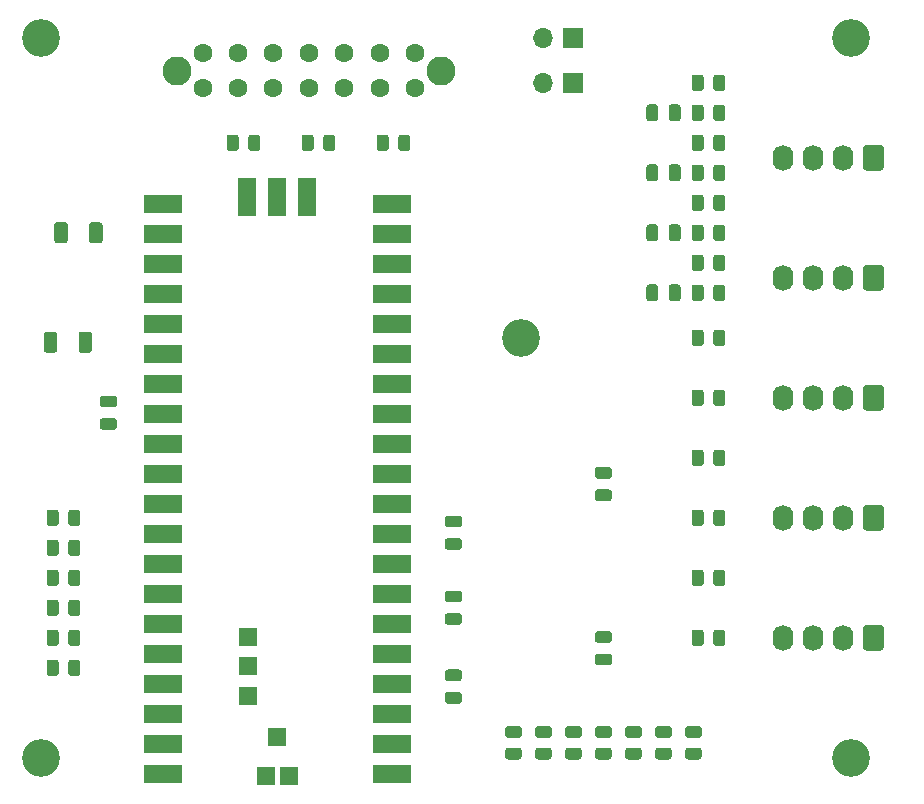
<source format=gbs>
G04 #@! TF.GenerationSoftware,KiCad,Pcbnew,5.1.12-84ad8e8a86~92~ubuntu20.04.1*
G04 #@! TF.CreationDate,2021-12-18T18:34:38-08:00*
G04 #@! TF.ProjectId,RspPiPicoIMU,52737050-6950-4696-936f-494d552e6b69,1.0*
G04 #@! TF.SameCoordinates,Original*
G04 #@! TF.FileFunction,Soldermask,Bot*
G04 #@! TF.FilePolarity,Negative*
%FSLAX46Y46*%
G04 Gerber Fmt 4.6, Leading zero omitted, Abs format (unit mm)*
G04 Created by KiCad (PCBNEW 5.1.12-84ad8e8a86~92~ubuntu20.04.1) date 2021-12-18 18:34:38*
%MOMM*%
%LPD*%
G01*
G04 APERTURE LIST*
%ADD10C,3.200000*%
%ADD11O,1.740000X2.190000*%
%ADD12R,1.700000X1.700000*%
%ADD13O,1.700000X1.700000*%
%ADD14C,2.460244*%
%ADD15C,1.605000*%
%ADD16R,1.500000X1.500000*%
%ADD17R,1.600000X3.200000*%
%ADD18R,3.200000X1.600000*%
G04 APERTURE END LIST*
D10*
X137795000Y-95250000D03*
G36*
G01*
X97635000Y-118560002D02*
X97635000Y-117659998D01*
G75*
G02*
X97884998Y-117410000I249998J0D01*
G01*
X98410002Y-117410000D01*
G75*
G02*
X98660000Y-117659998I0J-249998D01*
G01*
X98660000Y-118560002D01*
G75*
G02*
X98410002Y-118810000I-249998J0D01*
G01*
X97884998Y-118810000D01*
G75*
G02*
X97635000Y-118560002I0J249998D01*
G01*
G37*
G36*
G01*
X99460000Y-118560002D02*
X99460000Y-117659998D01*
G75*
G02*
X99709998Y-117410000I249998J0D01*
G01*
X100235002Y-117410000D01*
G75*
G02*
X100485000Y-117659998I0J-249998D01*
G01*
X100485000Y-118560002D01*
G75*
G02*
X100235002Y-118810000I-249998J0D01*
G01*
X99709998Y-118810000D01*
G75*
G02*
X99460000Y-118560002I0J249998D01*
G01*
G37*
X97155000Y-69850000D03*
X165735000Y-130810000D03*
X165735000Y-69850000D03*
X97155000Y-130810000D03*
G36*
G01*
X102395000Y-100150000D02*
X103345000Y-100150000D01*
G75*
G02*
X103595000Y-100400000I0J-250000D01*
G01*
X103595000Y-100900000D01*
G75*
G02*
X103345000Y-101150000I-250000J0D01*
G01*
X102395000Y-101150000D01*
G75*
G02*
X102145000Y-100900000I0J250000D01*
G01*
X102145000Y-100400000D01*
G75*
G02*
X102395000Y-100150000I250000J0D01*
G01*
G37*
G36*
G01*
X102395000Y-102050000D02*
X103345000Y-102050000D01*
G75*
G02*
X103595000Y-102300000I0J-250000D01*
G01*
X103595000Y-102800000D01*
G75*
G02*
X103345000Y-103050000I-250000J0D01*
G01*
X102395000Y-103050000D01*
G75*
G02*
X102145000Y-102800000I0J250000D01*
G01*
X102145000Y-102300000D01*
G75*
G02*
X102395000Y-102050000I250000J0D01*
G01*
G37*
G36*
G01*
X131605000Y-112210000D02*
X132555000Y-112210000D01*
G75*
G02*
X132805000Y-112460000I0J-250000D01*
G01*
X132805000Y-112960000D01*
G75*
G02*
X132555000Y-113210000I-250000J0D01*
G01*
X131605000Y-113210000D01*
G75*
G02*
X131355000Y-112960000I0J250000D01*
G01*
X131355000Y-112460000D01*
G75*
G02*
X131605000Y-112210000I250000J0D01*
G01*
G37*
G36*
G01*
X131605000Y-110310000D02*
X132555000Y-110310000D01*
G75*
G02*
X132805000Y-110560000I0J-250000D01*
G01*
X132805000Y-111060000D01*
G75*
G02*
X132555000Y-111310000I-250000J0D01*
G01*
X131605000Y-111310000D01*
G75*
G02*
X131355000Y-111060000I0J250000D01*
G01*
X131355000Y-110560000D01*
G75*
G02*
X131605000Y-110310000I250000J0D01*
G01*
G37*
G36*
G01*
X150310000Y-91915000D02*
X150310000Y-90965000D01*
G75*
G02*
X150560000Y-90715000I250000J0D01*
G01*
X151060000Y-90715000D01*
G75*
G02*
X151310000Y-90965000I0J-250000D01*
G01*
X151310000Y-91915000D01*
G75*
G02*
X151060000Y-92165000I-250000J0D01*
G01*
X150560000Y-92165000D01*
G75*
G02*
X150310000Y-91915000I0J250000D01*
G01*
G37*
G36*
G01*
X148410000Y-91915000D02*
X148410000Y-90965000D01*
G75*
G02*
X148660000Y-90715000I250000J0D01*
G01*
X149160000Y-90715000D01*
G75*
G02*
X149410000Y-90965000I0J-250000D01*
G01*
X149410000Y-91915000D01*
G75*
G02*
X149160000Y-92165000I-250000J0D01*
G01*
X148660000Y-92165000D01*
G75*
G02*
X148410000Y-91915000I0J250000D01*
G01*
G37*
G36*
G01*
X150310000Y-86835000D02*
X150310000Y-85885000D01*
G75*
G02*
X150560000Y-85635000I250000J0D01*
G01*
X151060000Y-85635000D01*
G75*
G02*
X151310000Y-85885000I0J-250000D01*
G01*
X151310000Y-86835000D01*
G75*
G02*
X151060000Y-87085000I-250000J0D01*
G01*
X150560000Y-87085000D01*
G75*
G02*
X150310000Y-86835000I0J250000D01*
G01*
G37*
G36*
G01*
X148410000Y-86835000D02*
X148410000Y-85885000D01*
G75*
G02*
X148660000Y-85635000I250000J0D01*
G01*
X149160000Y-85635000D01*
G75*
G02*
X149410000Y-85885000I0J-250000D01*
G01*
X149410000Y-86835000D01*
G75*
G02*
X149160000Y-87085000I-250000J0D01*
G01*
X148660000Y-87085000D01*
G75*
G02*
X148410000Y-86835000I0J250000D01*
G01*
G37*
G36*
G01*
X148410000Y-81755000D02*
X148410000Y-80805000D01*
G75*
G02*
X148660000Y-80555000I250000J0D01*
G01*
X149160000Y-80555000D01*
G75*
G02*
X149410000Y-80805000I0J-250000D01*
G01*
X149410000Y-81755000D01*
G75*
G02*
X149160000Y-82005000I-250000J0D01*
G01*
X148660000Y-82005000D01*
G75*
G02*
X148410000Y-81755000I0J250000D01*
G01*
G37*
G36*
G01*
X150310000Y-81755000D02*
X150310000Y-80805000D01*
G75*
G02*
X150560000Y-80555000I250000J0D01*
G01*
X151060000Y-80555000D01*
G75*
G02*
X151310000Y-80805000I0J-250000D01*
G01*
X151310000Y-81755000D01*
G75*
G02*
X151060000Y-82005000I-250000J0D01*
G01*
X150560000Y-82005000D01*
G75*
G02*
X150310000Y-81755000I0J250000D01*
G01*
G37*
G36*
G01*
X150310000Y-76675000D02*
X150310000Y-75725000D01*
G75*
G02*
X150560000Y-75475000I250000J0D01*
G01*
X151060000Y-75475000D01*
G75*
G02*
X151310000Y-75725000I0J-250000D01*
G01*
X151310000Y-76675000D01*
G75*
G02*
X151060000Y-76925000I-250000J0D01*
G01*
X150560000Y-76925000D01*
G75*
G02*
X150310000Y-76675000I0J250000D01*
G01*
G37*
G36*
G01*
X148410000Y-76675000D02*
X148410000Y-75725000D01*
G75*
G02*
X148660000Y-75475000I250000J0D01*
G01*
X149160000Y-75475000D01*
G75*
G02*
X149410000Y-75725000I0J-250000D01*
G01*
X149410000Y-76675000D01*
G75*
G02*
X149160000Y-76925000I-250000J0D01*
G01*
X148660000Y-76925000D01*
G75*
G02*
X148410000Y-76675000I0J250000D01*
G01*
G37*
G36*
G01*
X145255000Y-121089000D02*
X144305000Y-121089000D01*
G75*
G02*
X144055000Y-120839000I0J250000D01*
G01*
X144055000Y-120339000D01*
G75*
G02*
X144305000Y-120089000I250000J0D01*
G01*
X145255000Y-120089000D01*
G75*
G02*
X145505000Y-120339000I0J-250000D01*
G01*
X145505000Y-120839000D01*
G75*
G02*
X145255000Y-121089000I-250000J0D01*
G01*
G37*
G36*
G01*
X145255000Y-122989000D02*
X144305000Y-122989000D01*
G75*
G02*
X144055000Y-122739000I0J250000D01*
G01*
X144055000Y-122239000D01*
G75*
G02*
X144305000Y-121989000I250000J0D01*
G01*
X145255000Y-121989000D01*
G75*
G02*
X145505000Y-122239000I0J-250000D01*
G01*
X145505000Y-122739000D01*
G75*
G02*
X145255000Y-122989000I-250000J0D01*
G01*
G37*
G36*
G01*
X132555000Y-126230000D02*
X131605000Y-126230000D01*
G75*
G02*
X131355000Y-125980000I0J250000D01*
G01*
X131355000Y-125480000D01*
G75*
G02*
X131605000Y-125230000I250000J0D01*
G01*
X132555000Y-125230000D01*
G75*
G02*
X132805000Y-125480000I0J-250000D01*
G01*
X132805000Y-125980000D01*
G75*
G02*
X132555000Y-126230000I-250000J0D01*
G01*
G37*
G36*
G01*
X132555000Y-124330000D02*
X131605000Y-124330000D01*
G75*
G02*
X131355000Y-124080000I0J250000D01*
G01*
X131355000Y-123580000D01*
G75*
G02*
X131605000Y-123330000I250000J0D01*
G01*
X132555000Y-123330000D01*
G75*
G02*
X132805000Y-123580000I0J-250000D01*
G01*
X132805000Y-124080000D01*
G75*
G02*
X132555000Y-124330000I-250000J0D01*
G01*
G37*
G36*
G01*
X131605000Y-116660000D02*
X132555000Y-116660000D01*
G75*
G02*
X132805000Y-116910000I0J-250000D01*
G01*
X132805000Y-117410000D01*
G75*
G02*
X132555000Y-117660000I-250000J0D01*
G01*
X131605000Y-117660000D01*
G75*
G02*
X131355000Y-117410000I0J250000D01*
G01*
X131355000Y-116910000D01*
G75*
G02*
X131605000Y-116660000I250000J0D01*
G01*
G37*
G36*
G01*
X131605000Y-118560000D02*
X132555000Y-118560000D01*
G75*
G02*
X132805000Y-118810000I0J-250000D01*
G01*
X132805000Y-119310000D01*
G75*
G02*
X132555000Y-119560000I-250000J0D01*
G01*
X131605000Y-119560000D01*
G75*
G02*
X131355000Y-119310000I0J250000D01*
G01*
X131355000Y-118810000D01*
G75*
G02*
X131605000Y-118560000I250000J0D01*
G01*
G37*
G36*
G01*
X144305000Y-106180000D02*
X145255000Y-106180000D01*
G75*
G02*
X145505000Y-106430000I0J-250000D01*
G01*
X145505000Y-106930000D01*
G75*
G02*
X145255000Y-107180000I-250000J0D01*
G01*
X144305000Y-107180000D01*
G75*
G02*
X144055000Y-106930000I0J250000D01*
G01*
X144055000Y-106430000D01*
G75*
G02*
X144305000Y-106180000I250000J0D01*
G01*
G37*
G36*
G01*
X144305000Y-108080000D02*
X145255000Y-108080000D01*
G75*
G02*
X145505000Y-108330000I0J-250000D01*
G01*
X145505000Y-108830000D01*
G75*
G02*
X145255000Y-109080000I-250000J0D01*
G01*
X144305000Y-109080000D01*
G75*
G02*
X144055000Y-108830000I0J250000D01*
G01*
X144055000Y-108330000D01*
G75*
G02*
X144305000Y-108080000I250000J0D01*
G01*
G37*
G36*
G01*
X97391000Y-96281001D02*
X97391000Y-94980999D01*
G75*
G02*
X97640999Y-94731000I249999J0D01*
G01*
X98291001Y-94731000D01*
G75*
G02*
X98541000Y-94980999I0J-249999D01*
G01*
X98541000Y-96281001D01*
G75*
G02*
X98291001Y-96531000I-249999J0D01*
G01*
X97640999Y-96531000D01*
G75*
G02*
X97391000Y-96281001I0J249999D01*
G01*
G37*
G36*
G01*
X100341000Y-96281001D02*
X100341000Y-94980999D01*
G75*
G02*
X100590999Y-94731000I249999J0D01*
G01*
X101241001Y-94731000D01*
G75*
G02*
X101491000Y-94980999I0J-249999D01*
G01*
X101491000Y-96281001D01*
G75*
G02*
X101241001Y-96531000I-249999J0D01*
G01*
X100590999Y-96531000D01*
G75*
G02*
X100341000Y-96281001I0J249999D01*
G01*
G37*
G36*
G01*
X101230000Y-87010001D02*
X101230000Y-85709999D01*
G75*
G02*
X101479999Y-85460000I249999J0D01*
G01*
X102130001Y-85460000D01*
G75*
G02*
X102380000Y-85709999I0J-249999D01*
G01*
X102380000Y-87010001D01*
G75*
G02*
X102130001Y-87260000I-249999J0D01*
G01*
X101479999Y-87260000D01*
G75*
G02*
X101230000Y-87010001I0J249999D01*
G01*
G37*
G36*
G01*
X98280000Y-87010001D02*
X98280000Y-85709999D01*
G75*
G02*
X98529999Y-85460000I249999J0D01*
G01*
X99180001Y-85460000D01*
G75*
G02*
X99430000Y-85709999I0J-249999D01*
G01*
X99430000Y-87010001D01*
G75*
G02*
X99180001Y-87260000I-249999J0D01*
G01*
X98529999Y-87260000D01*
G75*
G02*
X98280000Y-87010001I0J249999D01*
G01*
G37*
G36*
G01*
X168510000Y-89324999D02*
X168510000Y-91015001D01*
G75*
G02*
X168260001Y-91265000I-249999J0D01*
G01*
X167019999Y-91265000D01*
G75*
G02*
X166770000Y-91015001I0J249999D01*
G01*
X166770000Y-89324999D01*
G75*
G02*
X167019999Y-89075000I249999J0D01*
G01*
X168260001Y-89075000D01*
G75*
G02*
X168510000Y-89324999I0J-249999D01*
G01*
G37*
D11*
X165100000Y-90170000D03*
X162560000Y-90170000D03*
X160020000Y-90170000D03*
X160020000Y-80010000D03*
X162560000Y-80010000D03*
X165100000Y-80010000D03*
G36*
G01*
X168510000Y-79164999D02*
X168510000Y-80855001D01*
G75*
G02*
X168260001Y-81105000I-249999J0D01*
G01*
X167019999Y-81105000D01*
G75*
G02*
X166770000Y-80855001I0J249999D01*
G01*
X166770000Y-79164999D01*
G75*
G02*
X167019999Y-78915000I249999J0D01*
G01*
X168260001Y-78915000D01*
G75*
G02*
X168510000Y-79164999I0J-249999D01*
G01*
G37*
X160020000Y-100330000D03*
X162560000Y-100330000D03*
X165100000Y-100330000D03*
G36*
G01*
X168510000Y-99484999D02*
X168510000Y-101175001D01*
G75*
G02*
X168260001Y-101425000I-249999J0D01*
G01*
X167019999Y-101425000D01*
G75*
G02*
X166770000Y-101175001I0J249999D01*
G01*
X166770000Y-99484999D01*
G75*
G02*
X167019999Y-99235000I249999J0D01*
G01*
X168260001Y-99235000D01*
G75*
G02*
X168510000Y-99484999I0J-249999D01*
G01*
G37*
G36*
G01*
X168510000Y-109644999D02*
X168510000Y-111335001D01*
G75*
G02*
X168260001Y-111585000I-249999J0D01*
G01*
X167019999Y-111585000D01*
G75*
G02*
X166770000Y-111335001I0J249999D01*
G01*
X166770000Y-109644999D01*
G75*
G02*
X167019999Y-109395000I249999J0D01*
G01*
X168260001Y-109395000D01*
G75*
G02*
X168510000Y-109644999I0J-249999D01*
G01*
G37*
X165100000Y-110490000D03*
X162560000Y-110490000D03*
X160020000Y-110490000D03*
G36*
G01*
X168510000Y-119804999D02*
X168510000Y-121495001D01*
G75*
G02*
X168260001Y-121745000I-249999J0D01*
G01*
X167019999Y-121745000D01*
G75*
G02*
X166770000Y-121495001I0J249999D01*
G01*
X166770000Y-119804999D01*
G75*
G02*
X167019999Y-119555000I249999J0D01*
G01*
X168260001Y-119555000D01*
G75*
G02*
X168510000Y-119804999I0J-249999D01*
G01*
G37*
X165100000Y-120650000D03*
X162560000Y-120650000D03*
X160020000Y-120650000D03*
D12*
X142240000Y-69850000D03*
D13*
X139700000Y-69850000D03*
X139700000Y-73660000D03*
D12*
X142240000Y-73660000D03*
G36*
G01*
X114700000Y-79190002D02*
X114700000Y-78289998D01*
G75*
G02*
X114949998Y-78040000I249998J0D01*
G01*
X115475002Y-78040000D01*
G75*
G02*
X115725000Y-78289998I0J-249998D01*
G01*
X115725000Y-79190002D01*
G75*
G02*
X115475002Y-79440000I-249998J0D01*
G01*
X114949998Y-79440000D01*
G75*
G02*
X114700000Y-79190002I0J249998D01*
G01*
G37*
G36*
G01*
X112875000Y-79190002D02*
X112875000Y-78289998D01*
G75*
G02*
X113124998Y-78040000I249998J0D01*
G01*
X113650002Y-78040000D01*
G75*
G02*
X113900000Y-78289998I0J-249998D01*
G01*
X113900000Y-79190002D01*
G75*
G02*
X113650002Y-79440000I-249998J0D01*
G01*
X113124998Y-79440000D01*
G75*
G02*
X112875000Y-79190002I0J249998D01*
G01*
G37*
G36*
G01*
X99460000Y-116020002D02*
X99460000Y-115119998D01*
G75*
G02*
X99709998Y-114870000I249998J0D01*
G01*
X100235002Y-114870000D01*
G75*
G02*
X100485000Y-115119998I0J-249998D01*
G01*
X100485000Y-116020002D01*
G75*
G02*
X100235002Y-116270000I-249998J0D01*
G01*
X99709998Y-116270000D01*
G75*
G02*
X99460000Y-116020002I0J249998D01*
G01*
G37*
G36*
G01*
X97635000Y-116020002D02*
X97635000Y-115119998D01*
G75*
G02*
X97884998Y-114870000I249998J0D01*
G01*
X98410002Y-114870000D01*
G75*
G02*
X98660000Y-115119998I0J-249998D01*
G01*
X98660000Y-116020002D01*
G75*
G02*
X98410002Y-116270000I-249998J0D01*
G01*
X97884998Y-116270000D01*
G75*
G02*
X97635000Y-116020002I0J249998D01*
G01*
G37*
G36*
G01*
X97635000Y-113480002D02*
X97635000Y-112579998D01*
G75*
G02*
X97884998Y-112330000I249998J0D01*
G01*
X98410002Y-112330000D01*
G75*
G02*
X98660000Y-112579998I0J-249998D01*
G01*
X98660000Y-113480002D01*
G75*
G02*
X98410002Y-113730000I-249998J0D01*
G01*
X97884998Y-113730000D01*
G75*
G02*
X97635000Y-113480002I0J249998D01*
G01*
G37*
G36*
G01*
X99460000Y-113480002D02*
X99460000Y-112579998D01*
G75*
G02*
X99709998Y-112330000I249998J0D01*
G01*
X100235002Y-112330000D01*
G75*
G02*
X100485000Y-112579998I0J-249998D01*
G01*
X100485000Y-113480002D01*
G75*
G02*
X100235002Y-113730000I-249998J0D01*
G01*
X99709998Y-113730000D01*
G75*
G02*
X99460000Y-113480002I0J249998D01*
G01*
G37*
G36*
G01*
X99460000Y-110940002D02*
X99460000Y-110039998D01*
G75*
G02*
X99709998Y-109790000I249998J0D01*
G01*
X100235002Y-109790000D01*
G75*
G02*
X100485000Y-110039998I0J-249998D01*
G01*
X100485000Y-110940002D01*
G75*
G02*
X100235002Y-111190000I-249998J0D01*
G01*
X99709998Y-111190000D01*
G75*
G02*
X99460000Y-110940002I0J249998D01*
G01*
G37*
G36*
G01*
X97635000Y-110940002D02*
X97635000Y-110039998D01*
G75*
G02*
X97884998Y-109790000I249998J0D01*
G01*
X98410002Y-109790000D01*
G75*
G02*
X98660000Y-110039998I0J-249998D01*
G01*
X98660000Y-110940002D01*
G75*
G02*
X98410002Y-111190000I-249998J0D01*
G01*
X97884998Y-111190000D01*
G75*
G02*
X97635000Y-110940002I0J249998D01*
G01*
G37*
G36*
G01*
X99460000Y-121100002D02*
X99460000Y-120199998D01*
G75*
G02*
X99709998Y-119950000I249998J0D01*
G01*
X100235002Y-119950000D01*
G75*
G02*
X100485000Y-120199998I0J-249998D01*
G01*
X100485000Y-121100002D01*
G75*
G02*
X100235002Y-121350000I-249998J0D01*
G01*
X99709998Y-121350000D01*
G75*
G02*
X99460000Y-121100002I0J249998D01*
G01*
G37*
G36*
G01*
X97635000Y-121100002D02*
X97635000Y-120199998D01*
G75*
G02*
X97884998Y-119950000I249998J0D01*
G01*
X98410002Y-119950000D01*
G75*
G02*
X98660000Y-120199998I0J-249998D01*
G01*
X98660000Y-121100002D01*
G75*
G02*
X98410002Y-121350000I-249998J0D01*
G01*
X97884998Y-121350000D01*
G75*
G02*
X97635000Y-121100002I0J249998D01*
G01*
G37*
G36*
G01*
X119225000Y-79190002D02*
X119225000Y-78289998D01*
G75*
G02*
X119474998Y-78040000I249998J0D01*
G01*
X120000002Y-78040000D01*
G75*
G02*
X120250000Y-78289998I0J-249998D01*
G01*
X120250000Y-79190002D01*
G75*
G02*
X120000002Y-79440000I-249998J0D01*
G01*
X119474998Y-79440000D01*
G75*
G02*
X119225000Y-79190002I0J249998D01*
G01*
G37*
G36*
G01*
X121050000Y-79190002D02*
X121050000Y-78289998D01*
G75*
G02*
X121299998Y-78040000I249998J0D01*
G01*
X121825002Y-78040000D01*
G75*
G02*
X122075000Y-78289998I0J-249998D01*
G01*
X122075000Y-79190002D01*
G75*
G02*
X121825002Y-79440000I-249998J0D01*
G01*
X121299998Y-79440000D01*
G75*
G02*
X121050000Y-79190002I0J249998D01*
G01*
G37*
G36*
G01*
X127400000Y-79190002D02*
X127400000Y-78289998D01*
G75*
G02*
X127649998Y-78040000I249998J0D01*
G01*
X128175002Y-78040000D01*
G75*
G02*
X128425000Y-78289998I0J-249998D01*
G01*
X128425000Y-79190002D01*
G75*
G02*
X128175002Y-79440000I-249998J0D01*
G01*
X127649998Y-79440000D01*
G75*
G02*
X127400000Y-79190002I0J249998D01*
G01*
G37*
G36*
G01*
X125575000Y-79190002D02*
X125575000Y-78289998D01*
G75*
G02*
X125824998Y-78040000I249998J0D01*
G01*
X126350002Y-78040000D01*
G75*
G02*
X126600000Y-78289998I0J-249998D01*
G01*
X126600000Y-79190002D01*
G75*
G02*
X126350002Y-79440000I-249998J0D01*
G01*
X125824998Y-79440000D01*
G75*
G02*
X125575000Y-79190002I0J249998D01*
G01*
G37*
G36*
G01*
X153270000Y-88449998D02*
X153270000Y-89350002D01*
G75*
G02*
X153020002Y-89600000I-249998J0D01*
G01*
X152494998Y-89600000D01*
G75*
G02*
X152245000Y-89350002I0J249998D01*
G01*
X152245000Y-88449998D01*
G75*
G02*
X152494998Y-88200000I249998J0D01*
G01*
X153020002Y-88200000D01*
G75*
G02*
X153270000Y-88449998I0J-249998D01*
G01*
G37*
G36*
G01*
X155095000Y-88449998D02*
X155095000Y-89350002D01*
G75*
G02*
X154845002Y-89600000I-249998J0D01*
G01*
X154319998Y-89600000D01*
G75*
G02*
X154070000Y-89350002I0J249998D01*
G01*
X154070000Y-88449998D01*
G75*
G02*
X154319998Y-88200000I249998J0D01*
G01*
X154845002Y-88200000D01*
G75*
G02*
X155095000Y-88449998I0J-249998D01*
G01*
G37*
G36*
G01*
X153270000Y-83369998D02*
X153270000Y-84270002D01*
G75*
G02*
X153020002Y-84520000I-249998J0D01*
G01*
X152494998Y-84520000D01*
G75*
G02*
X152245000Y-84270002I0J249998D01*
G01*
X152245000Y-83369998D01*
G75*
G02*
X152494998Y-83120000I249998J0D01*
G01*
X153020002Y-83120000D01*
G75*
G02*
X153270000Y-83369998I0J-249998D01*
G01*
G37*
G36*
G01*
X155095000Y-83369998D02*
X155095000Y-84270002D01*
G75*
G02*
X154845002Y-84520000I-249998J0D01*
G01*
X154319998Y-84520000D01*
G75*
G02*
X154070000Y-84270002I0J249998D01*
G01*
X154070000Y-83369998D01*
G75*
G02*
X154319998Y-83120000I249998J0D01*
G01*
X154845002Y-83120000D01*
G75*
G02*
X155095000Y-83369998I0J-249998D01*
G01*
G37*
G36*
G01*
X155095000Y-78289998D02*
X155095000Y-79190002D01*
G75*
G02*
X154845002Y-79440000I-249998J0D01*
G01*
X154319998Y-79440000D01*
G75*
G02*
X154070000Y-79190002I0J249998D01*
G01*
X154070000Y-78289998D01*
G75*
G02*
X154319998Y-78040000I249998J0D01*
G01*
X154845002Y-78040000D01*
G75*
G02*
X155095000Y-78289998I0J-249998D01*
G01*
G37*
G36*
G01*
X153270000Y-78289998D02*
X153270000Y-79190002D01*
G75*
G02*
X153020002Y-79440000I-249998J0D01*
G01*
X152494998Y-79440000D01*
G75*
G02*
X152245000Y-79190002I0J249998D01*
G01*
X152245000Y-78289998D01*
G75*
G02*
X152494998Y-78040000I249998J0D01*
G01*
X153020002Y-78040000D01*
G75*
G02*
X153270000Y-78289998I0J-249998D01*
G01*
G37*
G36*
G01*
X153270000Y-73209998D02*
X153270000Y-74110002D01*
G75*
G02*
X153020002Y-74360000I-249998J0D01*
G01*
X152494998Y-74360000D01*
G75*
G02*
X152245000Y-74110002I0J249998D01*
G01*
X152245000Y-73209998D01*
G75*
G02*
X152494998Y-72960000I249998J0D01*
G01*
X153020002Y-72960000D01*
G75*
G02*
X153270000Y-73209998I0J-249998D01*
G01*
G37*
G36*
G01*
X155095000Y-73209998D02*
X155095000Y-74110002D01*
G75*
G02*
X154845002Y-74360000I-249998J0D01*
G01*
X154319998Y-74360000D01*
G75*
G02*
X154070000Y-74110002I0J249998D01*
G01*
X154070000Y-73209998D01*
G75*
G02*
X154319998Y-72960000I249998J0D01*
G01*
X154845002Y-72960000D01*
G75*
G02*
X155095000Y-73209998I0J-249998D01*
G01*
G37*
G36*
G01*
X153270000Y-90989998D02*
X153270000Y-91890002D01*
G75*
G02*
X153020002Y-92140000I-249998J0D01*
G01*
X152494998Y-92140000D01*
G75*
G02*
X152245000Y-91890002I0J249998D01*
G01*
X152245000Y-90989998D01*
G75*
G02*
X152494998Y-90740000I249998J0D01*
G01*
X153020002Y-90740000D01*
G75*
G02*
X153270000Y-90989998I0J-249998D01*
G01*
G37*
G36*
G01*
X155095000Y-90989998D02*
X155095000Y-91890002D01*
G75*
G02*
X154845002Y-92140000I-249998J0D01*
G01*
X154319998Y-92140000D01*
G75*
G02*
X154070000Y-91890002I0J249998D01*
G01*
X154070000Y-90989998D01*
G75*
G02*
X154319998Y-90740000I249998J0D01*
G01*
X154845002Y-90740000D01*
G75*
G02*
X155095000Y-90989998I0J-249998D01*
G01*
G37*
G36*
G01*
X155095000Y-85909998D02*
X155095000Y-86810002D01*
G75*
G02*
X154845002Y-87060000I-249998J0D01*
G01*
X154319998Y-87060000D01*
G75*
G02*
X154070000Y-86810002I0J249998D01*
G01*
X154070000Y-85909998D01*
G75*
G02*
X154319998Y-85660000I249998J0D01*
G01*
X154845002Y-85660000D01*
G75*
G02*
X155095000Y-85909998I0J-249998D01*
G01*
G37*
G36*
G01*
X153270000Y-85909998D02*
X153270000Y-86810002D01*
G75*
G02*
X153020002Y-87060000I-249998J0D01*
G01*
X152494998Y-87060000D01*
G75*
G02*
X152245000Y-86810002I0J249998D01*
G01*
X152245000Y-85909998D01*
G75*
G02*
X152494998Y-85660000I249998J0D01*
G01*
X153020002Y-85660000D01*
G75*
G02*
X153270000Y-85909998I0J-249998D01*
G01*
G37*
G36*
G01*
X155095000Y-80829998D02*
X155095000Y-81730002D01*
G75*
G02*
X154845002Y-81980000I-249998J0D01*
G01*
X154319998Y-81980000D01*
G75*
G02*
X154070000Y-81730002I0J249998D01*
G01*
X154070000Y-80829998D01*
G75*
G02*
X154319998Y-80580000I249998J0D01*
G01*
X154845002Y-80580000D01*
G75*
G02*
X155095000Y-80829998I0J-249998D01*
G01*
G37*
G36*
G01*
X153270000Y-80829998D02*
X153270000Y-81730002D01*
G75*
G02*
X153020002Y-81980000I-249998J0D01*
G01*
X152494998Y-81980000D01*
G75*
G02*
X152245000Y-81730002I0J249998D01*
G01*
X152245000Y-80829998D01*
G75*
G02*
X152494998Y-80580000I249998J0D01*
G01*
X153020002Y-80580000D01*
G75*
G02*
X153270000Y-80829998I0J-249998D01*
G01*
G37*
G36*
G01*
X153270000Y-75749998D02*
X153270000Y-76650002D01*
G75*
G02*
X153020002Y-76900000I-249998J0D01*
G01*
X152494998Y-76900000D01*
G75*
G02*
X152245000Y-76650002I0J249998D01*
G01*
X152245000Y-75749998D01*
G75*
G02*
X152494998Y-75500000I249998J0D01*
G01*
X153020002Y-75500000D01*
G75*
G02*
X153270000Y-75749998I0J-249998D01*
G01*
G37*
G36*
G01*
X155095000Y-75749998D02*
X155095000Y-76650002D01*
G75*
G02*
X154845002Y-76900000I-249998J0D01*
G01*
X154319998Y-76900000D01*
G75*
G02*
X154070000Y-76650002I0J249998D01*
G01*
X154070000Y-75749998D01*
G75*
G02*
X154319998Y-75500000I249998J0D01*
G01*
X154845002Y-75500000D01*
G75*
G02*
X155095000Y-75749998I0J-249998D01*
G01*
G37*
G36*
G01*
X155095000Y-99879998D02*
X155095000Y-100780002D01*
G75*
G02*
X154845002Y-101030000I-249998J0D01*
G01*
X154319998Y-101030000D01*
G75*
G02*
X154070000Y-100780002I0J249998D01*
G01*
X154070000Y-99879998D01*
G75*
G02*
X154319998Y-99630000I249998J0D01*
G01*
X154845002Y-99630000D01*
G75*
G02*
X155095000Y-99879998I0J-249998D01*
G01*
G37*
G36*
G01*
X153270000Y-99879998D02*
X153270000Y-100780002D01*
G75*
G02*
X153020002Y-101030000I-249998J0D01*
G01*
X152494998Y-101030000D01*
G75*
G02*
X152245000Y-100780002I0J249998D01*
G01*
X152245000Y-99879998D01*
G75*
G02*
X152494998Y-99630000I249998J0D01*
G01*
X153020002Y-99630000D01*
G75*
G02*
X153270000Y-99879998I0J-249998D01*
G01*
G37*
G36*
G01*
X153270000Y-94799998D02*
X153270000Y-95700002D01*
G75*
G02*
X153020002Y-95950000I-249998J0D01*
G01*
X152494998Y-95950000D01*
G75*
G02*
X152245000Y-95700002I0J249998D01*
G01*
X152245000Y-94799998D01*
G75*
G02*
X152494998Y-94550000I249998J0D01*
G01*
X153020002Y-94550000D01*
G75*
G02*
X153270000Y-94799998I0J-249998D01*
G01*
G37*
G36*
G01*
X155095000Y-94799998D02*
X155095000Y-95700002D01*
G75*
G02*
X154845002Y-95950000I-249998J0D01*
G01*
X154319998Y-95950000D01*
G75*
G02*
X154070000Y-95700002I0J249998D01*
G01*
X154070000Y-94799998D01*
G75*
G02*
X154319998Y-94550000I249998J0D01*
G01*
X154845002Y-94550000D01*
G75*
G02*
X155095000Y-94799998I0J-249998D01*
G01*
G37*
G36*
G01*
X155095000Y-110039998D02*
X155095000Y-110940002D01*
G75*
G02*
X154845002Y-111190000I-249998J0D01*
G01*
X154319998Y-111190000D01*
G75*
G02*
X154070000Y-110940002I0J249998D01*
G01*
X154070000Y-110039998D01*
G75*
G02*
X154319998Y-109790000I249998J0D01*
G01*
X154845002Y-109790000D01*
G75*
G02*
X155095000Y-110039998I0J-249998D01*
G01*
G37*
G36*
G01*
X153270000Y-110039998D02*
X153270000Y-110940002D01*
G75*
G02*
X153020002Y-111190000I-249998J0D01*
G01*
X152494998Y-111190000D01*
G75*
G02*
X152245000Y-110940002I0J249998D01*
G01*
X152245000Y-110039998D01*
G75*
G02*
X152494998Y-109790000I249998J0D01*
G01*
X153020002Y-109790000D01*
G75*
G02*
X153270000Y-110039998I0J-249998D01*
G01*
G37*
G36*
G01*
X153270000Y-104959998D02*
X153270000Y-105860002D01*
G75*
G02*
X153020002Y-106110000I-249998J0D01*
G01*
X152494998Y-106110000D01*
G75*
G02*
X152245000Y-105860002I0J249998D01*
G01*
X152245000Y-104959998D01*
G75*
G02*
X152494998Y-104710000I249998J0D01*
G01*
X153020002Y-104710000D01*
G75*
G02*
X153270000Y-104959998I0J-249998D01*
G01*
G37*
G36*
G01*
X155095000Y-104959998D02*
X155095000Y-105860002D01*
G75*
G02*
X154845002Y-106110000I-249998J0D01*
G01*
X154319998Y-106110000D01*
G75*
G02*
X154070000Y-105860002I0J249998D01*
G01*
X154070000Y-104959998D01*
G75*
G02*
X154319998Y-104710000I249998J0D01*
G01*
X154845002Y-104710000D01*
G75*
G02*
X155095000Y-104959998I0J-249998D01*
G01*
G37*
G36*
G01*
X153270000Y-120199998D02*
X153270000Y-121100002D01*
G75*
G02*
X153020002Y-121350000I-249998J0D01*
G01*
X152494998Y-121350000D01*
G75*
G02*
X152245000Y-121100002I0J249998D01*
G01*
X152245000Y-120199998D01*
G75*
G02*
X152494998Y-119950000I249998J0D01*
G01*
X153020002Y-119950000D01*
G75*
G02*
X153270000Y-120199998I0J-249998D01*
G01*
G37*
G36*
G01*
X155095000Y-120199998D02*
X155095000Y-121100002D01*
G75*
G02*
X154845002Y-121350000I-249998J0D01*
G01*
X154319998Y-121350000D01*
G75*
G02*
X154070000Y-121100002I0J249998D01*
G01*
X154070000Y-120199998D01*
G75*
G02*
X154319998Y-119950000I249998J0D01*
G01*
X154845002Y-119950000D01*
G75*
G02*
X155095000Y-120199998I0J-249998D01*
G01*
G37*
G36*
G01*
X147770002Y-129140000D02*
X146869998Y-129140000D01*
G75*
G02*
X146620000Y-128890002I0J249998D01*
G01*
X146620000Y-128364998D01*
G75*
G02*
X146869998Y-128115000I249998J0D01*
G01*
X147770002Y-128115000D01*
G75*
G02*
X148020000Y-128364998I0J-249998D01*
G01*
X148020000Y-128890002D01*
G75*
G02*
X147770002Y-129140000I-249998J0D01*
G01*
G37*
G36*
G01*
X147770002Y-130965000D02*
X146869998Y-130965000D01*
G75*
G02*
X146620000Y-130715002I0J249998D01*
G01*
X146620000Y-130189998D01*
G75*
G02*
X146869998Y-129940000I249998J0D01*
G01*
X147770002Y-129940000D01*
G75*
G02*
X148020000Y-130189998I0J-249998D01*
G01*
X148020000Y-130715002D01*
G75*
G02*
X147770002Y-130965000I-249998J0D01*
G01*
G37*
G36*
G01*
X142690002Y-130965000D02*
X141789998Y-130965000D01*
G75*
G02*
X141540000Y-130715002I0J249998D01*
G01*
X141540000Y-130189998D01*
G75*
G02*
X141789998Y-129940000I249998J0D01*
G01*
X142690002Y-129940000D01*
G75*
G02*
X142940000Y-130189998I0J-249998D01*
G01*
X142940000Y-130715002D01*
G75*
G02*
X142690002Y-130965000I-249998J0D01*
G01*
G37*
G36*
G01*
X142690002Y-129140000D02*
X141789998Y-129140000D01*
G75*
G02*
X141540000Y-128890002I0J249998D01*
G01*
X141540000Y-128364998D01*
G75*
G02*
X141789998Y-128115000I249998J0D01*
G01*
X142690002Y-128115000D01*
G75*
G02*
X142940000Y-128364998I0J-249998D01*
G01*
X142940000Y-128890002D01*
G75*
G02*
X142690002Y-129140000I-249998J0D01*
G01*
G37*
G36*
G01*
X137610002Y-130965000D02*
X136709998Y-130965000D01*
G75*
G02*
X136460000Y-130715002I0J249998D01*
G01*
X136460000Y-130189998D01*
G75*
G02*
X136709998Y-129940000I249998J0D01*
G01*
X137610002Y-129940000D01*
G75*
G02*
X137860000Y-130189998I0J-249998D01*
G01*
X137860000Y-130715002D01*
G75*
G02*
X137610002Y-130965000I-249998J0D01*
G01*
G37*
G36*
G01*
X137610002Y-129140000D02*
X136709998Y-129140000D01*
G75*
G02*
X136460000Y-128890002I0J249998D01*
G01*
X136460000Y-128364998D01*
G75*
G02*
X136709998Y-128115000I249998J0D01*
G01*
X137610002Y-128115000D01*
G75*
G02*
X137860000Y-128364998I0J-249998D01*
G01*
X137860000Y-128890002D01*
G75*
G02*
X137610002Y-129140000I-249998J0D01*
G01*
G37*
G36*
G01*
X140150002Y-130965000D02*
X139249998Y-130965000D01*
G75*
G02*
X139000000Y-130715002I0J249998D01*
G01*
X139000000Y-130189998D01*
G75*
G02*
X139249998Y-129940000I249998J0D01*
G01*
X140150002Y-129940000D01*
G75*
G02*
X140400000Y-130189998I0J-249998D01*
G01*
X140400000Y-130715002D01*
G75*
G02*
X140150002Y-130965000I-249998J0D01*
G01*
G37*
G36*
G01*
X140150002Y-129140000D02*
X139249998Y-129140000D01*
G75*
G02*
X139000000Y-128890002I0J249998D01*
G01*
X139000000Y-128364998D01*
G75*
G02*
X139249998Y-128115000I249998J0D01*
G01*
X140150002Y-128115000D01*
G75*
G02*
X140400000Y-128364998I0J-249998D01*
G01*
X140400000Y-128890002D01*
G75*
G02*
X140150002Y-129140000I-249998J0D01*
G01*
G37*
G36*
G01*
X145230002Y-129140000D02*
X144329998Y-129140000D01*
G75*
G02*
X144080000Y-128890002I0J249998D01*
G01*
X144080000Y-128364998D01*
G75*
G02*
X144329998Y-128115000I249998J0D01*
G01*
X145230002Y-128115000D01*
G75*
G02*
X145480000Y-128364998I0J-249998D01*
G01*
X145480000Y-128890002D01*
G75*
G02*
X145230002Y-129140000I-249998J0D01*
G01*
G37*
G36*
G01*
X145230002Y-130965000D02*
X144329998Y-130965000D01*
G75*
G02*
X144080000Y-130715002I0J249998D01*
G01*
X144080000Y-130189998D01*
G75*
G02*
X144329998Y-129940000I249998J0D01*
G01*
X145230002Y-129940000D01*
G75*
G02*
X145480000Y-130189998I0J-249998D01*
G01*
X145480000Y-130715002D01*
G75*
G02*
X145230002Y-130965000I-249998J0D01*
G01*
G37*
G36*
G01*
X150310002Y-130965000D02*
X149409998Y-130965000D01*
G75*
G02*
X149160000Y-130715002I0J249998D01*
G01*
X149160000Y-130189998D01*
G75*
G02*
X149409998Y-129940000I249998J0D01*
G01*
X150310002Y-129940000D01*
G75*
G02*
X150560000Y-130189998I0J-249998D01*
G01*
X150560000Y-130715002D01*
G75*
G02*
X150310002Y-130965000I-249998J0D01*
G01*
G37*
G36*
G01*
X150310002Y-129140000D02*
X149409998Y-129140000D01*
G75*
G02*
X149160000Y-128890002I0J249998D01*
G01*
X149160000Y-128364998D01*
G75*
G02*
X149409998Y-128115000I249998J0D01*
G01*
X150310002Y-128115000D01*
G75*
G02*
X150560000Y-128364998I0J-249998D01*
G01*
X150560000Y-128890002D01*
G75*
G02*
X150310002Y-129140000I-249998J0D01*
G01*
G37*
G36*
G01*
X155095000Y-115119998D02*
X155095000Y-116020002D01*
G75*
G02*
X154845002Y-116270000I-249998J0D01*
G01*
X154319998Y-116270000D01*
G75*
G02*
X154070000Y-116020002I0J249998D01*
G01*
X154070000Y-115119998D01*
G75*
G02*
X154319998Y-114870000I249998J0D01*
G01*
X154845002Y-114870000D01*
G75*
G02*
X155095000Y-115119998I0J-249998D01*
G01*
G37*
G36*
G01*
X153270000Y-115119998D02*
X153270000Y-116020002D01*
G75*
G02*
X153020002Y-116270000I-249998J0D01*
G01*
X152494998Y-116270000D01*
G75*
G02*
X152245000Y-116020002I0J249998D01*
G01*
X152245000Y-115119998D01*
G75*
G02*
X152494998Y-114870000I249998J0D01*
G01*
X153020002Y-114870000D01*
G75*
G02*
X153270000Y-115119998I0J-249998D01*
G01*
G37*
G36*
G01*
X152850002Y-130965000D02*
X151949998Y-130965000D01*
G75*
G02*
X151700000Y-130715002I0J249998D01*
G01*
X151700000Y-130189998D01*
G75*
G02*
X151949998Y-129940000I249998J0D01*
G01*
X152850002Y-129940000D01*
G75*
G02*
X153100000Y-130189998I0J-249998D01*
G01*
X153100000Y-130715002D01*
G75*
G02*
X152850002Y-130965000I-249998J0D01*
G01*
G37*
G36*
G01*
X152850002Y-129140000D02*
X151949998Y-129140000D01*
G75*
G02*
X151700000Y-128890002I0J249998D01*
G01*
X151700000Y-128364998D01*
G75*
G02*
X151949998Y-128115000I249998J0D01*
G01*
X152850002Y-128115000D01*
G75*
G02*
X153100000Y-128364998I0J-249998D01*
G01*
X153100000Y-128890002D01*
G75*
G02*
X152850002Y-129140000I-249998J0D01*
G01*
G37*
G36*
G01*
X97635000Y-123640002D02*
X97635000Y-122739998D01*
G75*
G02*
X97884998Y-122490000I249998J0D01*
G01*
X98410002Y-122490000D01*
G75*
G02*
X98660000Y-122739998I0J-249998D01*
G01*
X98660000Y-123640002D01*
G75*
G02*
X98410002Y-123890000I-249998J0D01*
G01*
X97884998Y-123890000D01*
G75*
G02*
X97635000Y-123640002I0J249998D01*
G01*
G37*
G36*
G01*
X99460000Y-123640002D02*
X99460000Y-122739998D01*
G75*
G02*
X99709998Y-122490000I249998J0D01*
G01*
X100235002Y-122490000D01*
G75*
G02*
X100485000Y-122739998I0J-249998D01*
G01*
X100485000Y-123640002D01*
G75*
G02*
X100235002Y-123890000I-249998J0D01*
G01*
X99709998Y-123890000D01*
G75*
G02*
X99460000Y-123640002I0J249998D01*
G01*
G37*
D14*
X108690000Y-72620000D03*
X130990000Y-72620000D03*
D15*
X128840000Y-74120000D03*
X125840000Y-74120000D03*
X122840000Y-74120000D03*
X119840000Y-74120000D03*
X116840000Y-74120000D03*
X113840000Y-74120000D03*
X110840000Y-74120000D03*
X128840000Y-71120000D03*
X125840000Y-71120000D03*
X122840000Y-71120000D03*
X119840000Y-71120000D03*
X116840000Y-71120000D03*
X113840000Y-71120000D03*
X110840000Y-71120000D03*
D16*
X114680000Y-120550000D03*
X114680000Y-123050000D03*
X114680000Y-125550000D03*
X116180000Y-132350000D03*
X118180000Y-132350000D03*
X117180000Y-129050000D03*
D17*
X119720000Y-83350000D03*
X117180000Y-83350000D03*
X114640000Y-83350000D03*
D18*
X126870000Y-132180000D03*
X126870000Y-129640000D03*
X126870000Y-127100000D03*
X126870000Y-124560000D03*
X126870000Y-122020000D03*
X126870000Y-119480000D03*
X126870000Y-116940000D03*
X126870000Y-114400000D03*
X126870000Y-111860000D03*
X126870000Y-109320000D03*
X126870000Y-106780000D03*
X126870000Y-104240000D03*
X126870000Y-101700000D03*
X126870000Y-99160000D03*
X126870000Y-96620000D03*
X126870000Y-94080000D03*
X126870000Y-91540000D03*
X126870000Y-89000000D03*
X126870000Y-86460000D03*
X126870000Y-83920000D03*
X107490000Y-83920000D03*
X107490000Y-86460000D03*
X107490000Y-89000000D03*
X107490000Y-91540000D03*
X107490000Y-94080000D03*
X107490000Y-96620000D03*
X107490000Y-99160000D03*
X107490000Y-101700000D03*
X107490000Y-104240000D03*
X107490000Y-106780000D03*
X107490000Y-109320000D03*
X107490000Y-111860000D03*
X107490000Y-114400000D03*
X107490000Y-116940000D03*
X107490000Y-119480000D03*
X107490000Y-122020000D03*
X107490000Y-124560000D03*
X107490000Y-127100000D03*
X107490000Y-129640000D03*
X107490000Y-132180000D03*
M02*

</source>
